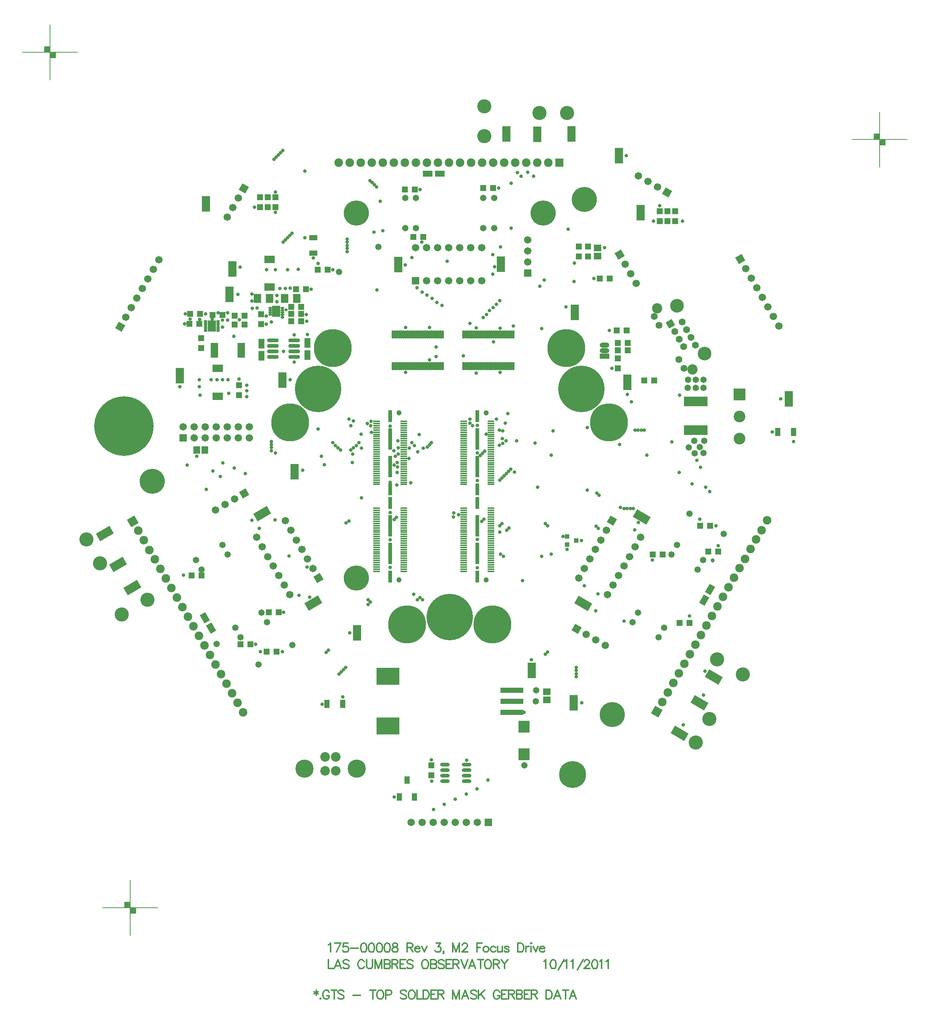
<source format=gts>
%FSLAX23Y23*%
%MOIN*%
G70*
G01*
G75*
G04 Layer_Color=8388736*
%ADD10R,0.057X0.012*%
%ADD11R,0.025X0.185*%
%ADD12R,0.025X0.100*%
%ADD13O,0.079X0.024*%
%ADD14R,0.070X0.135*%
%ADD15R,0.036X0.036*%
%ADD16R,0.094X0.102*%
G04:AMPARAMS|DCode=17|XSize=78mil|YSize=48mil|CornerRadius=0mil|HoleSize=0mil|Usage=FLASHONLY|Rotation=240.000|XOffset=0mil|YOffset=0mil|HoleType=Round|Shape=Rectangle|*
%AMROTATEDRECTD17*
4,1,4,-0.001,0.046,0.040,0.022,0.001,-0.046,-0.040,-0.022,-0.001,0.046,0.0*
%
%ADD17ROTATEDRECTD17*%

%ADD18R,0.063X0.075*%
%ADD19R,0.050X0.050*%
%ADD20R,0.209X0.079*%
%ADD21R,0.200X0.040*%
%ADD22R,0.200X0.150*%
%ADD23R,0.087X0.059*%
%ADD24R,0.060X0.126*%
%ADD25O,0.012X0.069*%
%ADD26R,0.065X0.094*%
%ADD27O,0.027X0.010*%
%ADD28O,0.024X0.010*%
%ADD29R,0.039X0.059*%
%ADD30R,0.040X0.067*%
%ADD31R,0.051X0.059*%
%ADD32R,0.059X0.051*%
%ADD33O,0.098X0.028*%
%ADD34R,0.050X0.050*%
%ADD35R,0.048X0.078*%
%ADD36R,0.078X0.048*%
G04:AMPARAMS|DCode=37|XSize=78mil|YSize=48mil|CornerRadius=0mil|HoleSize=0mil|Usage=FLASHONLY|Rotation=120.000|XOffset=0mil|YOffset=0mil|HoleType=Round|Shape=Rectangle|*
%AMROTATEDRECTD37*
4,1,4,0.040,-0.022,-0.001,-0.046,-0.040,0.022,0.001,0.046,0.040,-0.022,0.0*
%
%ADD37ROTATEDRECTD37*%

%ADD38R,0.067X0.040*%
G04:AMPARAMS|DCode=39|XSize=135mil|YSize=70mil|CornerRadius=0mil|HoleSize=0mil|Usage=FLASHONLY|Rotation=30.000|XOffset=0mil|YOffset=0mil|HoleType=Round|Shape=Rectangle|*
%AMROTATEDRECTD39*
4,1,4,-0.041,-0.064,-0.076,-0.003,0.041,0.064,0.076,0.003,-0.041,-0.064,0.0*
%
%ADD39ROTATEDRECTD39*%

G04:AMPARAMS|DCode=40|XSize=135mil|YSize=70mil|CornerRadius=0mil|HoleSize=0mil|Usage=FLASHONLY|Rotation=150.000|XOffset=0mil|YOffset=0mil|HoleType=Round|Shape=Rectangle|*
%AMROTATEDRECTD40*
4,1,4,0.076,-0.003,0.041,-0.064,-0.076,0.003,-0.041,0.064,0.076,-0.003,0.0*
%
%ADD40ROTATEDRECTD40*%

%ADD41C,0.020*%
%ADD42C,0.005*%
%ADD43C,0.010*%
%ADD44C,0.050*%
%ADD45C,0.030*%
%ADD46C,0.012*%
%ADD47C,0.008*%
%ADD48C,0.012*%
%ADD49C,0.012*%
%ADD50R,0.079X0.039*%
%ADD51O,0.079X0.039*%
%ADD52C,0.079*%
%ADD53C,0.157*%
%ADD54C,0.120*%
%ADD55C,0.220*%
%ADD56C,0.039*%
%ADD57C,0.085*%
%ADD58C,0.055*%
%ADD59C,0.116*%
%ADD60P,0.078X4X165.0*%
%ADD61C,0.059*%
%ADD62P,0.084X4X255.0*%
%ADD63C,0.050*%
%ADD64P,0.099X4X105.0*%
%ADD65C,0.070*%
%ADD66C,0.219*%
%ADD67R,0.098X0.098*%
%ADD68C,0.098*%
%ADD69R,0.059X0.059*%
%ADD70C,0.059*%
%ADD71P,0.084X4X285.0*%
%ADD72P,0.084X4X195.0*%
%ADD73P,0.084X4X255.0*%
%ADD74R,0.059X0.059*%
%ADD75P,0.084X4X345.0*%
%ADD76R,0.070X0.070*%
%ADD77P,0.099X4X345.0*%
%ADD78P,0.084X4X375.0*%
%ADD79R,0.059X0.059*%
%ADD80C,0.335*%
%ADD81C,0.531*%
%ADD82C,0.413*%
%ADD83C,0.236*%
%ADD84C,0.026*%
%ADD85C,0.024*%
%ADD86C,0.030*%
%ADD87C,0.020*%
%ADD88C,0.040*%
%ADD89C,0.070*%
%ADD90C,0.076*%
%ADD91C,0.131*%
G04:AMPARAMS|DCode=92|XSize=130mil|YSize=130mil|CornerRadius=0mil|HoleSize=0mil|Usage=FLASHONLY|Rotation=0.000|XOffset=0mil|YOffset=0mil|HoleType=Round|Shape=Relief|Width=10mil|Gap=10mil|Entries=4|*
%AMTHD92*
7,0,0,0.130,0.110,0.010,45*
%
%ADD92THD92*%
%ADD93C,0.110*%
%ADD94C,0.206*%
%ADD95C,0.080*%
%ADD96C,0.102*%
%ADD97C,0.075*%
%ADD98C,0.168*%
%ADD99C,0.075*%
G04:AMPARAMS|DCode=100|XSize=95.433mil|YSize=95.433mil|CornerRadius=0mil|HoleSize=0mil|Usage=FLASHONLY|Rotation=0.000|XOffset=0mil|YOffset=0mil|HoleType=Round|Shape=Relief|Width=10mil|Gap=10mil|Entries=4|*
%AMTHD100*
7,0,0,0.095,0.075,0.010,45*
%
%ADD100THD100*%
%ADD101C,0.080*%
%ADD102C,0.099*%
%ADD103C,0.075*%
%ADD104C,0.375*%
%ADD105C,0.571*%
%ADD106C,0.257*%
%ADD107C,0.158*%
%ADD108C,0.053*%
%ADD109C,0.052*%
%ADD110C,0.065*%
G04:AMPARAMS|DCode=111|XSize=89.528mil|YSize=89.528mil|CornerRadius=0mil|HoleSize=0mil|Usage=FLASHONLY|Rotation=0.000|XOffset=0mil|YOffset=0mil|HoleType=Round|Shape=Relief|Width=10mil|Gap=10mil|Entries=4|*
%AMTHD111*
7,0,0,0.090,0.070,0.010,45*
%
%ADD111THD111*%
G04:AMPARAMS|DCode=112|XSize=96.221mil|YSize=96.221mil|CornerRadius=0mil|HoleSize=0mil|Usage=FLASHONLY|Rotation=0.000|XOffset=0mil|YOffset=0mil|HoleType=Round|Shape=Relief|Width=10mil|Gap=10mil|Entries=4|*
%AMTHD112*
7,0,0,0.096,0.076,0.010,45*
%
%ADD112THD112*%
G04:AMPARAMS|DCode=113|XSize=150.551mil|YSize=150.551mil|CornerRadius=0mil|HoleSize=0mil|Usage=FLASHONLY|Rotation=0.000|XOffset=0mil|YOffset=0mil|HoleType=Round|Shape=Relief|Width=10mil|Gap=10mil|Entries=4|*
%AMTHD113*
7,0,0,0.151,0.131,0.010,45*
%
%ADD113THD113*%
G04:AMPARAMS|DCode=114|XSize=122mil|YSize=122mil|CornerRadius=0mil|HoleSize=0mil|Usage=FLASHONLY|Rotation=0.000|XOffset=0mil|YOffset=0mil|HoleType=Round|Shape=Relief|Width=10mil|Gap=10mil|Entries=4|*
%AMTHD114*
7,0,0,0.122,0.102,0.010,45*
%
%ADD114THD114*%
G04:AMPARAMS|DCode=115|XSize=95mil|YSize=95mil|CornerRadius=0mil|HoleSize=0mil|Usage=FLASHONLY|Rotation=0.000|XOffset=0mil|YOffset=0mil|HoleType=Round|Shape=Relief|Width=10mil|Gap=10mil|Entries=4|*
%AMTHD115*
7,0,0,0.095,0.075,0.010,45*
%
%ADD115THD115*%
G04:AMPARAMS|DCode=116|XSize=90mil|YSize=90mil|CornerRadius=0mil|HoleSize=0mil|Usage=FLASHONLY|Rotation=0.000|XOffset=0mil|YOffset=0mil|HoleType=Round|Shape=Relief|Width=10mil|Gap=10mil|Entries=4|*
%AMTHD116*
7,0,0,0.090,0.070,0.010,45*
%
%ADD116THD116*%
G04:AMPARAMS|DCode=117|XSize=100mil|YSize=100mil|CornerRadius=0mil|HoleSize=0mil|Usage=FLASHONLY|Rotation=0.000|XOffset=0mil|YOffset=0mil|HoleType=Round|Shape=Relief|Width=10mil|Gap=10mil|Entries=4|*
%AMTHD117*
7,0,0,0.100,0.080,0.010,45*
%
%ADD117THD117*%
G04:AMPARAMS|DCode=118|XSize=95.433mil|YSize=95.433mil|CornerRadius=0mil|HoleSize=0mil|Usage=FLASHONLY|Rotation=0.000|XOffset=0mil|YOffset=0mil|HoleType=Round|Shape=Relief|Width=10mil|Gap=10mil|Entries=4|*
%AMTHD118*
7,0,0,0.095,0.075,0.010,45*
%
%ADD118THD118*%
G04:AMPARAMS|DCode=119|XSize=72.992mil|YSize=72.992mil|CornerRadius=0mil|HoleSize=0mil|Usage=FLASHONLY|Rotation=0.000|XOffset=0mil|YOffset=0mil|HoleType=Round|Shape=Relief|Width=10mil|Gap=10mil|Entries=4|*
%AMTHD119*
7,0,0,0.073,0.053,0.010,45*
%
%ADD119THD119*%
G04:AMPARAMS|DCode=120|XSize=72mil|YSize=72mil|CornerRadius=0mil|HoleSize=0mil|Usage=FLASHONLY|Rotation=0.000|XOffset=0mil|YOffset=0mil|HoleType=Round|Shape=Relief|Width=10mil|Gap=10mil|Entries=4|*
%AMTHD120*
7,0,0,0.072,0.052,0.010,45*
%
%ADD120THD120*%
G04:AMPARAMS|DCode=121|XSize=85mil|YSize=85mil|CornerRadius=0mil|HoleSize=0mil|Usage=FLASHONLY|Rotation=0.000|XOffset=0mil|YOffset=0mil|HoleType=Round|Shape=Relief|Width=10mil|Gap=10mil|Entries=4|*
%AMTHD121*
7,0,0,0.085,0.065,0.010,45*
%
%ADD121THD121*%
G04:AMPARAMS|DCode=122|XSize=28mil|YSize=98mil|CornerRadius=0mil|HoleSize=0mil|Usage=FLASHONLY|Rotation=210.000|XOffset=0mil|YOffset=0mil|HoleType=Round|Shape=Round|*
%AMOVALD122*
21,1,0.071,0.028,0.000,0.000,300.0*
1,1,0.028,-0.018,0.031*
1,1,0.028,0.018,-0.031*
%
%ADD122OVALD122*%

G04:AMPARAMS|DCode=123|XSize=79mil|YSize=236mil|CornerRadius=0mil|HoleSize=0mil|Usage=FLASHONLY|Rotation=240.000|XOffset=0mil|YOffset=0mil|HoleType=Round|Shape=Rectangle|*
%AMROTATEDRECTD123*
4,1,4,-0.083,0.093,0.122,-0.025,0.083,-0.093,-0.122,0.025,-0.083,0.093,0.0*
%
%ADD123ROTATEDRECTD123*%

%ADD124R,0.025X0.070*%
%ADD125R,0.236X0.079*%
G04:AMPARAMS|DCode=126|XSize=79mil|YSize=236mil|CornerRadius=0mil|HoleSize=0mil|Usage=FLASHONLY|Rotation=120.000|XOffset=0mil|YOffset=0mil|HoleType=Round|Shape=Rectangle|*
%AMROTATEDRECTD126*
4,1,4,0.122,0.025,-0.083,-0.093,-0.122,-0.025,0.083,0.093,0.122,0.025,0.0*
%
%ADD126ROTATEDRECTD126*%

%ADD127P,0.071X4X285.0*%
%ADD128P,0.071X4X165.0*%
G04:AMPARAMS|DCode=129|XSize=28mil|YSize=98mil|CornerRadius=0mil|HoleSize=0mil|Usage=FLASHONLY|Rotation=330.000|XOffset=0mil|YOffset=0mil|HoleType=Round|Shape=Round|*
%AMOVALD129*
21,1,0.071,0.028,0.000,0.000,60.0*
1,1,0.028,-0.018,-0.031*
1,1,0.028,0.018,0.031*
%
%ADD129OVALD129*%

%ADD130C,0.075*%
%ADD131C,0.010*%
%ADD132C,0.008*%
%ADD133C,0.020*%
%ADD134C,0.024*%
%ADD135C,0.007*%
%ADD136C,0.010*%
%ADD137C,0.006*%
%ADD138C,0.007*%
%ADD139R,0.020X0.082*%
%ADD140R,0.195X0.150*%
%ADD141R,0.061X0.016*%
%ADD142R,0.033X0.193*%
%ADD143R,0.033X0.108*%
%ADD144O,0.087X0.032*%
%ADD145R,0.078X0.143*%
%ADD146R,0.044X0.044*%
%ADD147R,0.102X0.110*%
G04:AMPARAMS|DCode=148|XSize=86mil|YSize=56mil|CornerRadius=0mil|HoleSize=0mil|Usage=FLASHONLY|Rotation=240.000|XOffset=0mil|YOffset=0mil|HoleType=Round|Shape=Rectangle|*
%AMROTATEDRECTD148*
4,1,4,-0.003,0.051,0.046,0.023,0.003,-0.051,-0.046,-0.023,-0.003,0.051,0.0*
%
%ADD148ROTATEDRECTD148*%

%ADD149R,0.071X0.083*%
%ADD150R,0.058X0.058*%
%ADD151R,0.217X0.087*%
%ADD152R,0.208X0.048*%
%ADD153R,0.208X0.158*%
%ADD154R,0.095X0.067*%
%ADD155R,0.068X0.134*%
%ADD156O,0.020X0.077*%
%ADD157R,0.073X0.102*%
%ADD158O,0.035X0.018*%
%ADD159O,0.032X0.018*%
%ADD160R,0.047X0.067*%
%ADD161R,0.048X0.075*%
%ADD162R,0.059X0.067*%
%ADD163R,0.067X0.059*%
%ADD164O,0.106X0.036*%
%ADD165R,0.058X0.058*%
%ADD166R,0.056X0.086*%
%ADD167R,0.086X0.056*%
G04:AMPARAMS|DCode=168|XSize=86mil|YSize=56mil|CornerRadius=0mil|HoleSize=0mil|Usage=FLASHONLY|Rotation=120.000|XOffset=0mil|YOffset=0mil|HoleType=Round|Shape=Rectangle|*
%AMROTATEDRECTD168*
4,1,4,0.046,-0.023,-0.003,-0.051,-0.046,0.023,0.003,0.051,0.046,-0.023,0.0*
%
%ADD168ROTATEDRECTD168*%

%ADD169R,0.075X0.048*%
G04:AMPARAMS|DCode=170|XSize=143mil|YSize=78mil|CornerRadius=0mil|HoleSize=0mil|Usage=FLASHONLY|Rotation=30.000|XOffset=0mil|YOffset=0mil|HoleType=Round|Shape=Rectangle|*
%AMROTATEDRECTD170*
4,1,4,-0.042,-0.070,-0.081,-0.002,0.042,0.070,0.081,0.002,-0.042,-0.070,0.0*
%
%ADD170ROTATEDRECTD170*%

G04:AMPARAMS|DCode=171|XSize=143mil|YSize=78mil|CornerRadius=0mil|HoleSize=0mil|Usage=FLASHONLY|Rotation=150.000|XOffset=0mil|YOffset=0mil|HoleType=Round|Shape=Rectangle|*
%AMROTATEDRECTD171*
4,1,4,0.081,-0.002,0.042,-0.070,-0.081,0.002,-0.042,0.070,0.081,-0.002,0.0*
%
%ADD171ROTATEDRECTD171*%

%ADD172R,0.087X0.047*%
%ADD173O,0.087X0.047*%
%ADD174C,0.087*%
%ADD175C,0.165*%
%ADD176C,0.128*%
%ADD177C,0.228*%
%ADD178C,0.047*%
%ADD179C,0.093*%
%ADD180C,0.063*%
%ADD181C,0.124*%
%ADD182P,0.089X4X165.0*%
%ADD183C,0.067*%
%ADD184P,0.095X4X255.0*%
%ADD185C,0.058*%
%ADD186P,0.110X4X105.0*%
%ADD187C,0.078*%
%ADD188C,0.227*%
%ADD189R,0.106X0.106*%
%ADD190C,0.106*%
%ADD191R,0.067X0.067*%
%ADD192C,0.067*%
%ADD193P,0.095X4X285.0*%
%ADD194P,0.095X4X195.0*%
%ADD195P,0.095X4X255.0*%
%ADD196R,0.067X0.067*%
%ADD197P,0.095X4X345.0*%
%ADD198R,0.078X0.078*%
%ADD199P,0.110X4X345.0*%
%ADD200P,0.095X4X375.0*%
%ADD201R,0.067X0.067*%
%ADD202C,0.343*%
%ADD203C,0.539*%
%ADD204C,0.421*%
%ADD205C,0.244*%
%ADD206C,0.032*%
%ADD207C,0.038*%
%ADD208C,0.028*%
D46*
X30284Y26634D02*
Y26588D01*
X30265Y26622D02*
X30303Y26600D01*
Y26622D02*
X30265Y26600D01*
X30323Y26561D02*
X30319Y26558D01*
X30323Y26554D01*
X30327Y26558D01*
X30323Y26561D01*
X30402Y26615D02*
X30398Y26622D01*
X30390Y26630D01*
X30383Y26634D01*
X30367D01*
X30360Y26630D01*
X30352Y26622D01*
X30348Y26615D01*
X30344Y26603D01*
Y26584D01*
X30348Y26573D01*
X30352Y26565D01*
X30360Y26558D01*
X30367Y26554D01*
X30383D01*
X30390Y26558D01*
X30398Y26565D01*
X30402Y26573D01*
Y26584D01*
X30383D02*
X30402D01*
X30447Y26634D02*
Y26554D01*
X30420Y26634D02*
X30473D01*
X30536Y26622D02*
X30528Y26630D01*
X30517Y26634D01*
X30502D01*
X30490Y26630D01*
X30483Y26622D01*
Y26615D01*
X30487Y26607D01*
X30490Y26603D01*
X30498Y26600D01*
X30521Y26592D01*
X30528Y26588D01*
X30532Y26584D01*
X30536Y26577D01*
Y26565D01*
X30528Y26558D01*
X30517Y26554D01*
X30502D01*
X30490Y26558D01*
X30483Y26565D01*
X30617Y26588D02*
X30685D01*
X30798Y26634D02*
Y26554D01*
X30772Y26634D02*
X30825D01*
X30858D02*
X30850Y26630D01*
X30842Y26622D01*
X30838Y26615D01*
X30835Y26603D01*
Y26584D01*
X30838Y26573D01*
X30842Y26565D01*
X30850Y26558D01*
X30858Y26554D01*
X30873D01*
X30880Y26558D01*
X30888Y26565D01*
X30892Y26573D01*
X30896Y26584D01*
Y26603D01*
X30892Y26615D01*
X30888Y26622D01*
X30880Y26630D01*
X30873Y26634D01*
X30858D01*
X30914Y26592D02*
X30949D01*
X30960Y26596D01*
X30964Y26600D01*
X30968Y26607D01*
Y26619D01*
X30964Y26626D01*
X30960Y26630D01*
X30949Y26634D01*
X30914D01*
Y26554D01*
X31102Y26622D02*
X31094Y26630D01*
X31083Y26634D01*
X31067D01*
X31056Y26630D01*
X31048Y26622D01*
Y26615D01*
X31052Y26607D01*
X31056Y26603D01*
X31064Y26600D01*
X31086Y26592D01*
X31094Y26588D01*
X31098Y26584D01*
X31102Y26577D01*
Y26565D01*
X31094Y26558D01*
X31083Y26554D01*
X31067D01*
X31056Y26558D01*
X31048Y26565D01*
X31142Y26634D02*
X31135Y26630D01*
X31127Y26622D01*
X31123Y26615D01*
X31120Y26603D01*
Y26584D01*
X31123Y26573D01*
X31127Y26565D01*
X31135Y26558D01*
X31142Y26554D01*
X31158D01*
X31165Y26558D01*
X31173Y26565D01*
X31177Y26573D01*
X31180Y26584D01*
Y26603D01*
X31177Y26615D01*
X31173Y26622D01*
X31165Y26630D01*
X31158Y26634D01*
X31142D01*
X31199D02*
Y26554D01*
X31245D01*
X31254Y26634D02*
Y26554D01*
Y26634D02*
X31280D01*
X31292Y26630D01*
X31299Y26622D01*
X31303Y26615D01*
X31307Y26603D01*
Y26584D01*
X31303Y26573D01*
X31299Y26565D01*
X31292Y26558D01*
X31280Y26554D01*
X31254D01*
X31374Y26634D02*
X31325D01*
Y26554D01*
X31374D01*
X31325Y26596D02*
X31355D01*
X31388Y26634D02*
Y26554D01*
Y26634D02*
X31422D01*
X31433Y26630D01*
X31437Y26626D01*
X31441Y26619D01*
Y26611D01*
X31437Y26603D01*
X31433Y26600D01*
X31422Y26596D01*
X31388D01*
X31414D02*
X31441Y26554D01*
X31522Y26634D02*
Y26554D01*
Y26634D02*
X31552Y26554D01*
X31583Y26634D02*
X31552Y26554D01*
X31583Y26634D02*
Y26554D01*
X31666D02*
X31636Y26634D01*
X31606Y26554D01*
X31617Y26580D02*
X31655D01*
X31738Y26622D02*
X31731Y26630D01*
X31719Y26634D01*
X31704D01*
X31693Y26630D01*
X31685Y26622D01*
Y26615D01*
X31689Y26607D01*
X31693Y26603D01*
X31700Y26600D01*
X31723Y26592D01*
X31731Y26588D01*
X31735Y26584D01*
X31738Y26577D01*
Y26565D01*
X31731Y26558D01*
X31719Y26554D01*
X31704D01*
X31693Y26558D01*
X31685Y26565D01*
X31756Y26634D02*
Y26554D01*
X31810Y26634D02*
X31756Y26580D01*
X31775Y26600D02*
X31810Y26554D01*
X31948Y26615D02*
X31944Y26622D01*
X31936Y26630D01*
X31929Y26634D01*
X31913D01*
X31906Y26630D01*
X31898Y26622D01*
X31894Y26615D01*
X31890Y26603D01*
Y26584D01*
X31894Y26573D01*
X31898Y26565D01*
X31906Y26558D01*
X31913Y26554D01*
X31929D01*
X31936Y26558D01*
X31944Y26565D01*
X31948Y26573D01*
Y26584D01*
X31929D02*
X31948D01*
X32015Y26634D02*
X31966D01*
Y26554D01*
X32015D01*
X31966Y26596D02*
X31996D01*
X32029Y26634D02*
Y26554D01*
Y26634D02*
X32063D01*
X32074Y26630D01*
X32078Y26626D01*
X32082Y26619D01*
Y26611D01*
X32078Y26603D01*
X32074Y26600D01*
X32063Y26596D01*
X32029D01*
X32055D02*
X32082Y26554D01*
X32100Y26634D02*
Y26554D01*
Y26634D02*
X32134D01*
X32146Y26630D01*
X32149Y26626D01*
X32153Y26619D01*
Y26611D01*
X32149Y26603D01*
X32146Y26600D01*
X32134Y26596D01*
X32100D02*
X32134D01*
X32146Y26592D01*
X32149Y26588D01*
X32153Y26580D01*
Y26569D01*
X32149Y26561D01*
X32146Y26558D01*
X32134Y26554D01*
X32100D01*
X32221Y26634D02*
X32171D01*
Y26554D01*
X32221D01*
X32171Y26596D02*
X32202D01*
X32234Y26634D02*
Y26554D01*
Y26634D02*
X32268D01*
X32280Y26630D01*
X32283Y26626D01*
X32287Y26619D01*
Y26611D01*
X32283Y26603D01*
X32280Y26600D01*
X32268Y26596D01*
X32234D01*
X32261D02*
X32287Y26554D01*
X32368Y26634D02*
Y26554D01*
Y26634D02*
X32395D01*
X32406Y26630D01*
X32414Y26622D01*
X32418Y26615D01*
X32421Y26603D01*
Y26584D01*
X32418Y26573D01*
X32414Y26565D01*
X32406Y26558D01*
X32395Y26554D01*
X32368D01*
X32500D02*
X32470Y26634D01*
X32439Y26554D01*
X32451Y26580D02*
X32489D01*
X32546Y26634D02*
Y26554D01*
X32519Y26634D02*
X32572D01*
X32643Y26554D02*
X32612Y26634D01*
X32582Y26554D01*
X32593Y26580D02*
X32631D01*
D47*
X35143Y34340D02*
X35643D01*
X35393Y34090D02*
Y34590D01*
X35443Y34290D02*
Y34340D01*
X35393Y34290D02*
X35443D01*
X35343Y34340D02*
Y34390D01*
X35393D01*
X35348Y34345D02*
X35388D01*
X35348D02*
Y34385D01*
X35388D01*
Y34345D02*
Y34385D01*
X35353Y34350D02*
X35383D01*
X35353D02*
Y34380D01*
X35383D01*
Y34355D02*
Y34380D01*
X35358Y34355D02*
X35378D01*
X35358D02*
Y34375D01*
X35378D01*
Y34360D02*
Y34375D01*
X35363Y34360D02*
X35373D01*
X35363D02*
Y34370D01*
X35373D01*
Y34360D02*
Y34370D01*
X35363Y34365D02*
X35373D01*
X35398Y34295D02*
X35438D01*
X35398D02*
Y34335D01*
X35438D01*
Y34295D02*
Y34335D01*
X35403Y34300D02*
X35433D01*
X35403D02*
Y34330D01*
X35433D01*
Y34305D02*
Y34330D01*
X35408Y34305D02*
X35428D01*
X35408D02*
Y34325D01*
X35428D01*
Y34310D02*
Y34325D01*
X35413Y34310D02*
X35423D01*
X35413D02*
Y34320D01*
X35423D01*
Y34310D02*
Y34320D01*
X35413Y34315D02*
X35423D01*
X27623Y35130D02*
X28123D01*
X27873Y34880D02*
Y35380D01*
X27923Y35080D02*
Y35130D01*
X27873Y35080D02*
X27923D01*
X27823Y35130D02*
Y35180D01*
X27873D01*
X27828Y35135D02*
X27868D01*
X27828D02*
Y35175D01*
X27868D01*
Y35135D02*
Y35175D01*
X27833Y35140D02*
X27863D01*
X27833D02*
Y35170D01*
X27863D01*
Y35145D02*
Y35170D01*
X27838Y35145D02*
X27858D01*
X27838D02*
Y35165D01*
X27858D01*
Y35150D02*
Y35165D01*
X27843Y35150D02*
X27853D01*
X27843D02*
Y35160D01*
X27853D01*
Y35150D02*
Y35160D01*
X27843Y35155D02*
X27853D01*
X27878Y35085D02*
X27918D01*
X27878D02*
Y35125D01*
X27918D01*
Y35085D02*
Y35125D01*
X27883Y35090D02*
X27913D01*
X27883D02*
Y35120D01*
X27913D01*
Y35095D02*
Y35120D01*
X27888Y35095D02*
X27908D01*
X27888D02*
Y35115D01*
X27908D01*
Y35100D02*
Y35115D01*
X27893Y35100D02*
X27903D01*
X27893D02*
Y35110D01*
X27903D01*
Y35100D02*
Y35110D01*
X27893Y35105D02*
X27903D01*
X28347Y27380D02*
X28847D01*
X28597Y27130D02*
Y27630D01*
X28647Y27330D02*
Y27380D01*
X28597Y27330D02*
X28647D01*
X28547Y27380D02*
Y27430D01*
X28597D01*
X28552Y27385D02*
X28592D01*
X28552D02*
Y27425D01*
X28592D01*
Y27385D02*
Y27425D01*
X28557Y27390D02*
X28587D01*
X28557D02*
Y27420D01*
X28587D01*
Y27395D02*
Y27420D01*
X28562Y27395D02*
X28582D01*
X28562D02*
Y27415D01*
X28582D01*
Y27400D02*
Y27415D01*
X28567Y27400D02*
X28577D01*
X28567D02*
Y27410D01*
X28577D01*
Y27400D02*
Y27410D01*
X28567Y27405D02*
X28577D01*
X28602Y27335D02*
X28642D01*
X28602D02*
Y27375D01*
X28642D01*
Y27335D02*
Y27375D01*
X28607Y27340D02*
X28637D01*
X28607D02*
Y27370D01*
X28637D01*
Y27345D02*
Y27370D01*
X28612Y27345D02*
X28632D01*
X28612D02*
Y27365D01*
X28632D01*
Y27350D02*
Y27365D01*
X28617Y27350D02*
X28627D01*
X28617D02*
Y27360D01*
X28627D01*
Y27350D02*
Y27360D01*
X28617Y27355D02*
X28627D01*
D48*
X30395Y26909D02*
Y26829D01*
X30440D01*
X30510D02*
X30480Y26909D01*
X30449Y26829D01*
X30461Y26855D02*
X30499D01*
X30582Y26897D02*
X30575Y26905D01*
X30563Y26909D01*
X30548D01*
X30536Y26905D01*
X30529Y26897D01*
Y26889D01*
X30533Y26882D01*
X30536Y26878D01*
X30544Y26874D01*
X30567Y26867D01*
X30575Y26863D01*
X30578Y26859D01*
X30582Y26851D01*
Y26840D01*
X30575Y26832D01*
X30563Y26829D01*
X30548D01*
X30536Y26832D01*
X30529Y26840D01*
X30720Y26889D02*
X30716Y26897D01*
X30709Y26905D01*
X30701Y26909D01*
X30686D01*
X30678Y26905D01*
X30671Y26897D01*
X30667Y26889D01*
X30663Y26878D01*
Y26859D01*
X30667Y26848D01*
X30671Y26840D01*
X30678Y26832D01*
X30686Y26829D01*
X30701D01*
X30709Y26832D01*
X30716Y26840D01*
X30720Y26848D01*
X30742Y26909D02*
Y26851D01*
X30746Y26840D01*
X30754Y26832D01*
X30765Y26829D01*
X30773D01*
X30784Y26832D01*
X30792Y26840D01*
X30796Y26851D01*
Y26909D01*
X30818D02*
Y26829D01*
Y26909D02*
X30848Y26829D01*
X30879Y26909D02*
X30848Y26829D01*
X30879Y26909D02*
Y26829D01*
X30902Y26909D02*
Y26829D01*
Y26909D02*
X30936D01*
X30947Y26905D01*
X30951Y26901D01*
X30955Y26893D01*
Y26886D01*
X30951Y26878D01*
X30947Y26874D01*
X30936Y26870D01*
X30902D02*
X30936D01*
X30947Y26867D01*
X30951Y26863D01*
X30955Y26855D01*
Y26844D01*
X30951Y26836D01*
X30947Y26832D01*
X30936Y26829D01*
X30902D01*
X30973Y26909D02*
Y26829D01*
Y26909D02*
X31007D01*
X31019Y26905D01*
X31022Y26901D01*
X31026Y26893D01*
Y26886D01*
X31022Y26878D01*
X31019Y26874D01*
X31007Y26870D01*
X30973D01*
X31000D02*
X31026Y26829D01*
X31094Y26909D02*
X31044D01*
Y26829D01*
X31094D01*
X31044Y26870D02*
X31075D01*
X31160Y26897D02*
X31153Y26905D01*
X31141Y26909D01*
X31126D01*
X31115Y26905D01*
X31107Y26897D01*
Y26889D01*
X31111Y26882D01*
X31115Y26878D01*
X31122Y26874D01*
X31145Y26867D01*
X31153Y26863D01*
X31157Y26859D01*
X31160Y26851D01*
Y26840D01*
X31153Y26832D01*
X31141Y26829D01*
X31126D01*
X31115Y26832D01*
X31107Y26840D01*
X31264Y26909D02*
X31256Y26905D01*
X31249Y26897D01*
X31245Y26889D01*
X31241Y26878D01*
Y26859D01*
X31245Y26848D01*
X31249Y26840D01*
X31256Y26832D01*
X31264Y26829D01*
X31279D01*
X31287Y26832D01*
X31294Y26840D01*
X31298Y26848D01*
X31302Y26859D01*
Y26878D01*
X31298Y26889D01*
X31294Y26897D01*
X31287Y26905D01*
X31279Y26909D01*
X31264D01*
X31321D02*
Y26829D01*
Y26909D02*
X31355D01*
X31366Y26905D01*
X31370Y26901D01*
X31374Y26893D01*
Y26886D01*
X31370Y26878D01*
X31366Y26874D01*
X31355Y26870D01*
X31321D02*
X31355D01*
X31366Y26867D01*
X31370Y26863D01*
X31374Y26855D01*
Y26844D01*
X31370Y26836D01*
X31366Y26832D01*
X31355Y26829D01*
X31321D01*
X31445Y26897D02*
X31438Y26905D01*
X31426Y26909D01*
X31411D01*
X31399Y26905D01*
X31392Y26897D01*
Y26889D01*
X31396Y26882D01*
X31399Y26878D01*
X31407Y26874D01*
X31430Y26867D01*
X31438Y26863D01*
X31441Y26859D01*
X31445Y26851D01*
Y26840D01*
X31438Y26832D01*
X31426Y26829D01*
X31411D01*
X31399Y26832D01*
X31392Y26840D01*
X31513Y26909D02*
X31463D01*
Y26829D01*
X31513D01*
X31463Y26870D02*
X31494D01*
X31526Y26909D02*
Y26829D01*
Y26909D02*
X31560D01*
X31572Y26905D01*
X31575Y26901D01*
X31579Y26893D01*
Y26886D01*
X31575Y26878D01*
X31572Y26874D01*
X31560Y26870D01*
X31526D01*
X31553D02*
X31579Y26829D01*
X31597Y26909D02*
X31628Y26829D01*
X31658Y26909D02*
X31628Y26829D01*
X31729D02*
X31699Y26909D01*
X31668Y26829D01*
X31680Y26855D02*
X31718D01*
X31775Y26909D02*
Y26829D01*
X31748Y26909D02*
X31801D01*
X31834D02*
X31826Y26905D01*
X31818Y26897D01*
X31815Y26889D01*
X31811Y26878D01*
Y26859D01*
X31815Y26848D01*
X31818Y26840D01*
X31826Y26832D01*
X31834Y26829D01*
X31849D01*
X31857Y26832D01*
X31864Y26840D01*
X31868Y26848D01*
X31872Y26859D01*
Y26878D01*
X31868Y26889D01*
X31864Y26897D01*
X31857Y26905D01*
X31849Y26909D01*
X31834D01*
X31890D02*
Y26829D01*
Y26909D02*
X31925D01*
X31936Y26905D01*
X31940Y26901D01*
X31944Y26893D01*
Y26886D01*
X31940Y26878D01*
X31936Y26874D01*
X31925Y26870D01*
X31890D01*
X31917D02*
X31944Y26829D01*
X31962Y26909D02*
X31992Y26870D01*
Y26829D01*
X32023Y26909D02*
X31992Y26870D01*
X32347Y26893D02*
X32355Y26897D01*
X32366Y26909D01*
Y26829D01*
X32429Y26909D02*
X32417Y26905D01*
X32410Y26893D01*
X32406Y26874D01*
Y26863D01*
X32410Y26844D01*
X32417Y26832D01*
X32429Y26829D01*
X32436D01*
X32448Y26832D01*
X32455Y26844D01*
X32459Y26863D01*
Y26874D01*
X32455Y26893D01*
X32448Y26905D01*
X32436Y26909D01*
X32429D01*
X32477Y26817D02*
X32530Y26909D01*
X32536Y26893D02*
X32543Y26897D01*
X32555Y26909D01*
Y26829D01*
X32594Y26893D02*
X32602Y26897D01*
X32613Y26909D01*
Y26829D01*
X32653Y26817D02*
X32706Y26909D01*
X32715Y26889D02*
Y26893D01*
X32719Y26901D01*
X32723Y26905D01*
X32731Y26909D01*
X32746D01*
X32753Y26905D01*
X32757Y26901D01*
X32761Y26893D01*
Y26886D01*
X32757Y26878D01*
X32750Y26867D01*
X32712Y26829D01*
X32765D01*
X32806Y26909D02*
X32794Y26905D01*
X32787Y26893D01*
X32783Y26874D01*
Y26863D01*
X32787Y26844D01*
X32794Y26832D01*
X32806Y26829D01*
X32813D01*
X32825Y26832D01*
X32832Y26844D01*
X32836Y26863D01*
Y26874D01*
X32832Y26893D01*
X32825Y26905D01*
X32813Y26909D01*
X32806D01*
X32854Y26893D02*
X32862Y26897D01*
X32873Y26909D01*
Y26829D01*
X32913Y26893D02*
X32920Y26897D01*
X32932Y26909D01*
Y26829D01*
D49*
X30395Y27043D02*
X30402Y27047D01*
X30414Y27059D01*
Y26979D01*
X30507Y27059D02*
X30469Y26979D01*
X30453Y27059D02*
X30507D01*
X30570D02*
X30532D01*
X30528Y27024D01*
X30532Y27028D01*
X30544Y27032D01*
X30555D01*
X30567Y27028D01*
X30574Y27020D01*
X30578Y27009D01*
Y27001D01*
X30574Y26990D01*
X30567Y26982D01*
X30555Y26979D01*
X30544D01*
X30532Y26982D01*
X30528Y26986D01*
X30525Y26994D01*
X30596Y27013D02*
X30664D01*
X30711Y27059D02*
X30699Y27055D01*
X30692Y27043D01*
X30688Y27024D01*
Y27013D01*
X30692Y26994D01*
X30699Y26982D01*
X30711Y26979D01*
X30719D01*
X30730Y26982D01*
X30738Y26994D01*
X30741Y27013D01*
Y27024D01*
X30738Y27043D01*
X30730Y27055D01*
X30719Y27059D01*
X30711D01*
X30782D02*
X30771Y27055D01*
X30763Y27043D01*
X30759Y27024D01*
Y27013D01*
X30763Y26994D01*
X30771Y26982D01*
X30782Y26979D01*
X30790D01*
X30801Y26982D01*
X30809Y26994D01*
X30813Y27013D01*
Y27024D01*
X30809Y27043D01*
X30801Y27055D01*
X30790Y27059D01*
X30782D01*
X30853D02*
X30842Y27055D01*
X30834Y27043D01*
X30830Y27024D01*
Y27013D01*
X30834Y26994D01*
X30842Y26982D01*
X30853Y26979D01*
X30861D01*
X30872Y26982D01*
X30880Y26994D01*
X30884Y27013D01*
Y27024D01*
X30880Y27043D01*
X30872Y27055D01*
X30861Y27059D01*
X30853D01*
X30925D02*
X30913Y27055D01*
X30906Y27043D01*
X30902Y27024D01*
Y27013D01*
X30906Y26994D01*
X30913Y26982D01*
X30925Y26979D01*
X30932D01*
X30944Y26982D01*
X30951Y26994D01*
X30955Y27013D01*
Y27024D01*
X30951Y27043D01*
X30944Y27055D01*
X30932Y27059D01*
X30925D01*
X30992D02*
X30981Y27055D01*
X30977Y27047D01*
Y27039D01*
X30981Y27032D01*
X30988Y27028D01*
X31003Y27024D01*
X31015Y27020D01*
X31022Y27013D01*
X31026Y27005D01*
Y26994D01*
X31022Y26986D01*
X31019Y26982D01*
X31007Y26979D01*
X30992D01*
X30981Y26982D01*
X30977Y26986D01*
X30973Y26994D01*
Y27005D01*
X30977Y27013D01*
X30984Y27020D01*
X30996Y27024D01*
X31011Y27028D01*
X31019Y27032D01*
X31022Y27039D01*
Y27047D01*
X31019Y27055D01*
X31007Y27059D01*
X30992D01*
X31107D02*
Y26979D01*
Y27059D02*
X31141D01*
X31153Y27055D01*
X31157Y27051D01*
X31160Y27043D01*
Y27036D01*
X31157Y27028D01*
X31153Y27024D01*
X31141Y27020D01*
X31107D01*
X31134D02*
X31160Y26979D01*
X31178Y27009D02*
X31224D01*
Y27017D01*
X31220Y27024D01*
X31216Y27028D01*
X31209Y27032D01*
X31197D01*
X31190Y27028D01*
X31182Y27020D01*
X31178Y27009D01*
Y27001D01*
X31182Y26990D01*
X31190Y26982D01*
X31197Y26979D01*
X31209D01*
X31216Y26982D01*
X31224Y26990D01*
X31241Y27032D02*
X31264Y26979D01*
X31287Y27032D02*
X31264Y26979D01*
X31370Y27059D02*
X31412D01*
X31389Y27028D01*
X31401D01*
X31408Y27024D01*
X31412Y27020D01*
X31416Y27009D01*
Y27001D01*
X31412Y26990D01*
X31404Y26982D01*
X31393Y26979D01*
X31382D01*
X31370Y26982D01*
X31366Y26986D01*
X31363Y26994D01*
X31441Y26982D02*
X31438Y26979D01*
X31434Y26982D01*
X31438Y26986D01*
X31441Y26982D01*
Y26975D01*
X31438Y26967D01*
X31434Y26963D01*
X31522Y27059D02*
Y26979D01*
Y27059D02*
X31552Y26979D01*
X31583Y27059D02*
X31552Y26979D01*
X31583Y27059D02*
Y26979D01*
X31609Y27039D02*
Y27043D01*
X31613Y27051D01*
X31617Y27055D01*
X31625Y27059D01*
X31640D01*
X31647Y27055D01*
X31651Y27051D01*
X31655Y27043D01*
Y27036D01*
X31651Y27028D01*
X31644Y27017D01*
X31606Y26979D01*
X31659D01*
X31740Y27059D02*
Y26979D01*
Y27059D02*
X31789D01*
X31740Y27020D02*
X31770D01*
X31817Y27032D02*
X31810Y27028D01*
X31802Y27020D01*
X31798Y27009D01*
Y27001D01*
X31802Y26990D01*
X31810Y26982D01*
X31817Y26979D01*
X31829D01*
X31836Y26982D01*
X31844Y26990D01*
X31848Y27001D01*
Y27009D01*
X31844Y27020D01*
X31836Y27028D01*
X31829Y27032D01*
X31817D01*
X31911Y27020D02*
X31903Y27028D01*
X31896Y27032D01*
X31884D01*
X31877Y27028D01*
X31869Y27020D01*
X31865Y27009D01*
Y27001D01*
X31869Y26990D01*
X31877Y26982D01*
X31884Y26979D01*
X31896D01*
X31903Y26982D01*
X31911Y26990D01*
X31928Y27032D02*
Y26994D01*
X31932Y26982D01*
X31940Y26979D01*
X31951D01*
X31959Y26982D01*
X31970Y26994D01*
Y27032D02*
Y26979D01*
X32033Y27020D02*
X32029Y27028D01*
X32018Y27032D01*
X32006D01*
X31995Y27028D01*
X31991Y27020D01*
X31995Y27013D01*
X32002Y27009D01*
X32021Y27005D01*
X32029Y27001D01*
X32033Y26994D01*
Y26990D01*
X32029Y26982D01*
X32018Y26979D01*
X32006D01*
X31995Y26982D01*
X31991Y26990D01*
X32112Y27059D02*
Y26979D01*
Y27059D02*
X32139D01*
X32151Y27055D01*
X32158Y27047D01*
X32162Y27039D01*
X32166Y27028D01*
Y27009D01*
X32162Y26998D01*
X32158Y26990D01*
X32151Y26982D01*
X32139Y26979D01*
X32112D01*
X32184Y27032D02*
Y26979D01*
Y27009D02*
X32188Y27020D01*
X32195Y27028D01*
X32203Y27032D01*
X32214D01*
X32229Y27059D02*
X32233Y27055D01*
X32237Y27059D01*
X32233Y27062D01*
X32229Y27059D01*
X32233Y27032D02*
Y26979D01*
X32251Y27032D02*
X32274Y26979D01*
X32296Y27032D02*
X32274Y26979D01*
X32309Y27009D02*
X32355D01*
Y27017D01*
X32351Y27024D01*
X32347Y27028D01*
X32340Y27032D01*
X32328D01*
X32321Y27028D01*
X32313Y27020D01*
X32309Y27009D01*
Y27001D01*
X32313Y26990D01*
X32321Y26982D01*
X32328Y26979D01*
X32340D01*
X32347Y26982D01*
X32355Y26990D01*
D141*
X30833Y30428D02*
D03*
Y30448D02*
D03*
Y30468D02*
D03*
Y30487D02*
D03*
Y30507D02*
D03*
Y30527D02*
D03*
Y30546D02*
D03*
Y30566D02*
D03*
Y30586D02*
D03*
Y30605D02*
D03*
Y30625D02*
D03*
Y30645D02*
D03*
Y30664D02*
D03*
Y30684D02*
D03*
Y30704D02*
D03*
Y30723D02*
D03*
Y30743D02*
D03*
Y30763D02*
D03*
Y30783D02*
D03*
Y30802D02*
D03*
Y30822D02*
D03*
Y30842D02*
D03*
Y30861D02*
D03*
Y30881D02*
D03*
Y30901D02*
D03*
Y30920D02*
D03*
Y30940D02*
D03*
Y30960D02*
D03*
Y30979D02*
D03*
Y30999D02*
D03*
Y31216D02*
D03*
Y31235D02*
D03*
Y31255D02*
D03*
Y31275D02*
D03*
Y31294D02*
D03*
Y31314D02*
D03*
Y31334D02*
D03*
Y31353D02*
D03*
Y31373D02*
D03*
Y31393D02*
D03*
Y31412D02*
D03*
Y31432D02*
D03*
Y31452D02*
D03*
Y31472D02*
D03*
Y31491D02*
D03*
Y31511D02*
D03*
Y31531D02*
D03*
Y31550D02*
D03*
Y31570D02*
D03*
Y31590D02*
D03*
Y31609D02*
D03*
Y31629D02*
D03*
Y31649D02*
D03*
Y31668D02*
D03*
Y31688D02*
D03*
Y31708D02*
D03*
Y31727D02*
D03*
Y31747D02*
D03*
Y31767D02*
D03*
Y31786D02*
D03*
D03*
X31077Y30428D02*
D03*
Y30448D02*
D03*
Y30468D02*
D03*
Y30487D02*
D03*
Y30507D02*
D03*
Y30527D02*
D03*
Y30546D02*
D03*
Y30566D02*
D03*
Y30586D02*
D03*
Y30605D02*
D03*
Y30625D02*
D03*
Y30645D02*
D03*
Y30664D02*
D03*
Y30684D02*
D03*
Y30704D02*
D03*
Y30723D02*
D03*
Y30743D02*
D03*
Y30763D02*
D03*
Y30783D02*
D03*
Y30802D02*
D03*
Y30822D02*
D03*
Y30842D02*
D03*
Y30861D02*
D03*
Y30881D02*
D03*
Y30901D02*
D03*
Y30920D02*
D03*
Y30940D02*
D03*
Y30960D02*
D03*
Y30979D02*
D03*
Y30999D02*
D03*
Y31216D02*
D03*
Y31235D02*
D03*
Y31255D02*
D03*
Y31275D02*
D03*
Y31294D02*
D03*
Y31314D02*
D03*
Y31334D02*
D03*
Y31353D02*
D03*
Y31373D02*
D03*
Y31393D02*
D03*
Y31412D02*
D03*
Y31432D02*
D03*
Y31452D02*
D03*
Y31472D02*
D03*
Y31491D02*
D03*
Y31511D02*
D03*
Y31531D02*
D03*
Y31550D02*
D03*
Y31570D02*
D03*
Y31590D02*
D03*
Y31609D02*
D03*
Y31629D02*
D03*
Y31649D02*
D03*
Y31668D02*
D03*
Y31688D02*
D03*
Y31708D02*
D03*
Y31727D02*
D03*
Y31747D02*
D03*
Y31767D02*
D03*
Y31786D02*
D03*
X31623Y30428D02*
D03*
Y30448D02*
D03*
Y30468D02*
D03*
Y30487D02*
D03*
Y30507D02*
D03*
Y30527D02*
D03*
Y30546D02*
D03*
Y30566D02*
D03*
Y30586D02*
D03*
Y30605D02*
D03*
Y30625D02*
D03*
Y30645D02*
D03*
Y30664D02*
D03*
Y30684D02*
D03*
Y30704D02*
D03*
Y30723D02*
D03*
Y30743D02*
D03*
Y30763D02*
D03*
Y30783D02*
D03*
Y30802D02*
D03*
Y30822D02*
D03*
Y30842D02*
D03*
Y30861D02*
D03*
Y30881D02*
D03*
Y30901D02*
D03*
Y30920D02*
D03*
Y30940D02*
D03*
Y30960D02*
D03*
Y30979D02*
D03*
Y30999D02*
D03*
Y31216D02*
D03*
Y31235D02*
D03*
Y31255D02*
D03*
Y31275D02*
D03*
Y31294D02*
D03*
Y31314D02*
D03*
Y31334D02*
D03*
Y31353D02*
D03*
Y31373D02*
D03*
Y31393D02*
D03*
Y31412D02*
D03*
Y31432D02*
D03*
Y31452D02*
D03*
Y31472D02*
D03*
Y31491D02*
D03*
Y31511D02*
D03*
Y31531D02*
D03*
Y31550D02*
D03*
Y31570D02*
D03*
Y31590D02*
D03*
Y31609D02*
D03*
Y31629D02*
D03*
Y31649D02*
D03*
Y31668D02*
D03*
Y31688D02*
D03*
Y31708D02*
D03*
Y31727D02*
D03*
Y31747D02*
D03*
Y31767D02*
D03*
Y31786D02*
D03*
D03*
X31867Y30428D02*
D03*
Y30448D02*
D03*
Y30468D02*
D03*
Y30487D02*
D03*
Y30507D02*
D03*
Y30527D02*
D03*
Y30546D02*
D03*
Y30566D02*
D03*
Y30586D02*
D03*
Y30605D02*
D03*
Y30625D02*
D03*
Y30645D02*
D03*
Y30664D02*
D03*
Y30684D02*
D03*
Y30704D02*
D03*
Y30723D02*
D03*
Y30743D02*
D03*
Y30763D02*
D03*
Y30783D02*
D03*
Y30802D02*
D03*
Y30822D02*
D03*
Y30842D02*
D03*
Y30861D02*
D03*
Y30881D02*
D03*
Y30901D02*
D03*
Y30920D02*
D03*
Y30940D02*
D03*
Y30960D02*
D03*
Y30979D02*
D03*
Y30999D02*
D03*
Y31216D02*
D03*
Y31235D02*
D03*
Y31255D02*
D03*
Y31275D02*
D03*
Y31294D02*
D03*
Y31314D02*
D03*
Y31334D02*
D03*
Y31353D02*
D03*
Y31373D02*
D03*
Y31393D02*
D03*
Y31412D02*
D03*
Y31432D02*
D03*
Y31452D02*
D03*
Y31472D02*
D03*
Y31491D02*
D03*
Y31511D02*
D03*
Y31531D02*
D03*
Y31550D02*
D03*
Y31570D02*
D03*
Y31590D02*
D03*
Y31609D02*
D03*
Y31629D02*
D03*
Y31649D02*
D03*
Y31668D02*
D03*
Y31688D02*
D03*
Y31708D02*
D03*
Y31727D02*
D03*
Y31747D02*
D03*
Y31767D02*
D03*
Y31786D02*
D03*
D142*
X30955Y30839D02*
D03*
Y30589D02*
D03*
Y31376D02*
D03*
Y31626D02*
D03*
X31745Y30839D02*
D03*
Y30589D02*
D03*
Y31376D02*
D03*
Y31626D02*
D03*
D143*
X30955Y30381D02*
D03*
Y31834D02*
D03*
Y31169D02*
D03*
Y31046D02*
D03*
X31745Y30381D02*
D03*
Y31834D02*
D03*
Y31169D02*
D03*
Y31046D02*
D03*
D144*
X31450Y28677D02*
D03*
Y28627D02*
D03*
Y28577D02*
D03*
Y28527D02*
D03*
X31647Y28677D02*
D03*
Y28627D02*
D03*
Y28577D02*
D03*
Y28527D02*
D03*
D145*
X33224Y33676D02*
D03*
X29499Y32936D02*
D03*
X29979Y32161D02*
D03*
X29049Y32201D02*
D03*
X29524Y33166D02*
D03*
X32628Y32774D02*
D03*
X34569Y31991D02*
D03*
X32619Y29236D02*
D03*
X30654Y29871D02*
D03*
X30089Y31331D02*
D03*
X32599Y34391D02*
D03*
X32289Y34386D02*
D03*
X32009Y34391D02*
D03*
X31029Y33206D02*
D03*
X31959Y33211D02*
D03*
X33028Y34195D02*
D03*
X32239Y29531D02*
D03*
X33104Y32141D02*
D03*
X29284Y33756D02*
D03*
D146*
X32557Y30669D02*
D03*
X32643Y30706D02*
D03*
X32557Y30743D02*
D03*
D147*
X32169Y28770D02*
D03*
Y29022D02*
D03*
D148*
X33801Y30168D02*
D03*
X33856Y30263D02*
D03*
D149*
X29863Y32899D02*
D03*
X29753D02*
D03*
X29998D02*
D03*
X30108D02*
D03*
D150*
X31329Y28672D02*
D03*
Y28582D02*
D03*
X32749Y33371D02*
D03*
Y33281D02*
D03*
X32664Y33371D02*
D03*
Y33281D02*
D03*
X29784Y32756D02*
D03*
Y32666D02*
D03*
X29586Y32025D02*
D03*
Y32115D02*
D03*
X29241Y32540D02*
D03*
Y32450D02*
D03*
X29914Y33816D02*
D03*
Y33726D02*
D03*
X33399Y33691D02*
D03*
Y33601D02*
D03*
X33019Y32266D02*
D03*
Y32356D02*
D03*
X33539Y33601D02*
D03*
Y33691D02*
D03*
X29774Y33726D02*
D03*
Y33816D02*
D03*
X29844Y33726D02*
D03*
Y33816D02*
D03*
X33469Y33601D02*
D03*
Y33691D02*
D03*
D151*
X33725Y31707D02*
D03*
Y31967D02*
D03*
D152*
X32059Y29351D02*
D03*
Y29251D02*
D03*
Y29151D02*
D03*
D153*
X30934Y29026D02*
D03*
Y29476D02*
D03*
D154*
X29391Y32014D02*
D03*
Y32266D02*
D03*
X29863Y33255D02*
D03*
Y33003D02*
D03*
D155*
X29362Y32431D02*
D03*
X29606D02*
D03*
D156*
X31430Y32574D02*
D03*
X31411D02*
D03*
X31391D02*
D03*
X31371D02*
D03*
X31352D02*
D03*
X31332D02*
D03*
X31312D02*
D03*
X31292D02*
D03*
X31273D02*
D03*
X31253D02*
D03*
X31233D02*
D03*
X31214D02*
D03*
X31194D02*
D03*
X31174D02*
D03*
X31155D02*
D03*
X31135D02*
D03*
X31115D02*
D03*
X31096D02*
D03*
X31076D02*
D03*
X31056D02*
D03*
X31037D02*
D03*
X31017D02*
D03*
X30997D02*
D03*
X30978D02*
D03*
X31430Y32288D02*
D03*
X31411D02*
D03*
X31391D02*
D03*
X31371D02*
D03*
X31352D02*
D03*
X31332D02*
D03*
X31312D02*
D03*
X31292D02*
D03*
X31273D02*
D03*
X31253D02*
D03*
X31233D02*
D03*
X31214D02*
D03*
X31194D02*
D03*
X31174D02*
D03*
X31155D02*
D03*
X31135D02*
D03*
X31115D02*
D03*
X31096D02*
D03*
X31076D02*
D03*
X31056D02*
D03*
X31037D02*
D03*
X31017D02*
D03*
X30997D02*
D03*
X30978D02*
D03*
X32070Y32574D02*
D03*
X32051D02*
D03*
X32031D02*
D03*
X32011D02*
D03*
X31992D02*
D03*
X31972D02*
D03*
X31952D02*
D03*
X31932D02*
D03*
X31913D02*
D03*
X31893D02*
D03*
X31873D02*
D03*
X31854D02*
D03*
X31834D02*
D03*
X31814D02*
D03*
X31795D02*
D03*
X31775D02*
D03*
X31755D02*
D03*
X31736D02*
D03*
X31716D02*
D03*
X31696D02*
D03*
X31677D02*
D03*
X31657D02*
D03*
X31637D02*
D03*
X31618D02*
D03*
X32070Y32288D02*
D03*
X32051D02*
D03*
X32031D02*
D03*
X32011D02*
D03*
X31992D02*
D03*
X31972D02*
D03*
X31952D02*
D03*
X31932D02*
D03*
X31913D02*
D03*
X31893D02*
D03*
X31873D02*
D03*
X31854D02*
D03*
X31834D02*
D03*
X31814D02*
D03*
X31795D02*
D03*
X31775D02*
D03*
X31755D02*
D03*
X31736D02*
D03*
X31716D02*
D03*
X31696D02*
D03*
X31677D02*
D03*
X31657D02*
D03*
X31637D02*
D03*
X31618D02*
D03*
D157*
X29923Y32784D02*
D03*
X29338Y32651D02*
D03*
D158*
X29978Y32813D02*
D03*
X29978Y32794D02*
D03*
X29978Y32774D02*
D03*
Y32754D02*
D03*
X29867D02*
D03*
Y32774D02*
D03*
Y32794D02*
D03*
Y32813D02*
D03*
D159*
X29395Y32659D02*
D03*
Y32642D02*
D03*
Y32624D02*
D03*
Y32606D02*
D03*
X29281D02*
D03*
Y32624D02*
D03*
Y32642D02*
D03*
Y32659D02*
D03*
Y32677D02*
D03*
Y32695D02*
D03*
X29395Y32677D02*
D03*
Y32695D02*
D03*
D160*
X31038Y28383D02*
D03*
X31107Y28536D02*
D03*
X31176Y28383D02*
D03*
D161*
X34468Y31691D02*
D03*
X34610D02*
D03*
X30383Y29226D02*
D03*
X30525D02*
D03*
D162*
X29201Y31526D02*
D03*
X29276D02*
D03*
D163*
X32834Y33283D02*
D03*
Y33358D02*
D03*
X32374Y29338D02*
D03*
Y29263D02*
D03*
D164*
X29892Y32521D02*
D03*
Y32471D02*
D03*
Y32421D02*
D03*
Y32371D02*
D03*
X30085Y32521D02*
D03*
Y32471D02*
D03*
Y32421D02*
D03*
Y32371D02*
D03*
D165*
X30058Y32759D02*
D03*
X30148D02*
D03*
X30103Y32984D02*
D03*
X30193D02*
D03*
X30148Y32824D02*
D03*
X30058D02*
D03*
X30148Y32694D02*
D03*
X30058D02*
D03*
X29436Y32750D02*
D03*
X29346D02*
D03*
X29231Y32760D02*
D03*
X29141D02*
D03*
X29136Y32670D02*
D03*
X29226D02*
D03*
X29546Y32745D02*
D03*
X29636D02*
D03*
X29546Y32665D02*
D03*
X29636D02*
D03*
X30299Y33161D02*
D03*
X30389D02*
D03*
X29834Y29701D02*
D03*
X29924D02*
D03*
X33854Y30841D02*
D03*
X33764D02*
D03*
X33019Y32496D02*
D03*
X33109D02*
D03*
X31089Y33886D02*
D03*
X31179D02*
D03*
X29599Y29766D02*
D03*
X29689D02*
D03*
X33839Y30606D02*
D03*
X33929D02*
D03*
X31164Y33456D02*
D03*
X31254D02*
D03*
X29854Y30056D02*
D03*
X29944D02*
D03*
X33424Y30581D02*
D03*
X33334D02*
D03*
X33009Y32611D02*
D03*
X33099D02*
D03*
X33259Y32156D02*
D03*
X33349D02*
D03*
X32854Y33081D02*
D03*
X32944D02*
D03*
X33109Y32431D02*
D03*
X33019D02*
D03*
X31799Y33901D02*
D03*
X31889D02*
D03*
X29244Y30391D02*
D03*
X29154D02*
D03*
X33579Y29961D02*
D03*
X33669D02*
D03*
D166*
X29789Y32491D02*
D03*
Y32381D02*
D03*
X30204Y32496D02*
D03*
Y32386D02*
D03*
D167*
X31404Y34031D02*
D03*
X31294D02*
D03*
D168*
X29276Y30008D02*
D03*
X29331Y29913D02*
D03*
D169*
X30259Y33310D02*
D03*
Y33452D02*
D03*
D170*
X28369Y30771D02*
D03*
X28489Y30491D02*
D03*
X28619Y30281D02*
D03*
X30259Y30141D02*
D03*
X29794Y30951D02*
D03*
D171*
X33579Y28961D02*
D03*
X33759Y29236D02*
D03*
X33889Y29471D02*
D03*
X33234Y30921D02*
D03*
X32704Y30136D02*
D03*
D172*
X32899Y32376D02*
D03*
D173*
Y32426D02*
D03*
Y32476D02*
D03*
D174*
X30463Y28748D02*
D03*
X30365Y28748D02*
D03*
Y28622D02*
D03*
X30463D02*
D03*
D175*
X30177Y28641D02*
D03*
X30651D02*
D03*
D176*
X32557Y34580D02*
D03*
X32307D02*
D03*
X31807Y34372D02*
D03*
Y34642D02*
D03*
X28522Y30036D02*
D03*
X28756Y30171D02*
D03*
X28326Y30500D02*
D03*
X28201Y30717D02*
D03*
X34153Y29494D02*
D03*
X33919Y29629D02*
D03*
X33849Y29092D02*
D03*
X33724Y28876D02*
D03*
D177*
X30647Y30367D02*
D03*
Y33674D02*
D03*
X32340D02*
D03*
D178*
X31035Y30350D02*
D03*
Y31865D02*
D03*
X31825Y30350D02*
D03*
Y31865D02*
D03*
D179*
X33696Y32256D02*
D03*
X33376Y32811D02*
D03*
D180*
X33617Y32268D02*
D03*
X33572Y32346D02*
D03*
X33392Y32658D02*
D03*
X33347Y32736D02*
D03*
X33534Y32602D02*
D03*
X33574Y32532D02*
D03*
X33640Y32617D02*
D03*
X33680Y32548D02*
D03*
X33614Y32463D02*
D03*
X33600Y32686D02*
D03*
X33720Y32478D02*
D03*
D181*
X33806Y32401D02*
D03*
X33556Y32834D02*
D03*
D182*
X33494Y32671D02*
D03*
D183*
X29744Y30736D02*
D03*
X29794Y30649D02*
D03*
X29844Y30562D02*
D03*
X29894Y30476D02*
D03*
X29944Y30389D02*
D03*
X29994Y30303D02*
D03*
X30044Y30216D02*
D03*
X30004Y30886D02*
D03*
X30054Y30799D02*
D03*
X30104Y30712D02*
D03*
X30154Y30626D02*
D03*
X30204Y30539D02*
D03*
X30254Y30453D02*
D03*
X32924Y30216D02*
D03*
X32974Y30303D02*
D03*
X33024Y30389D02*
D03*
X33074Y30476D02*
D03*
X33124Y30562D02*
D03*
X33174Y30649D02*
D03*
X33224Y30736D02*
D03*
X32664Y30366D02*
D03*
X32714Y30453D02*
D03*
X32764Y30539D02*
D03*
X32814Y30626D02*
D03*
X32864Y30712D02*
D03*
X32914Y30799D02*
D03*
X31784Y33361D02*
D03*
X31684D02*
D03*
X31584D02*
D03*
X31484D02*
D03*
X31384D02*
D03*
X31284D02*
D03*
X31184D02*
D03*
X31784Y33061D02*
D03*
X31684D02*
D03*
X31584D02*
D03*
X31484D02*
D03*
X31384D02*
D03*
X31284D02*
D03*
D184*
X30304Y30366D02*
D03*
D185*
X33200Y30054D02*
D03*
X33150Y29968D02*
D03*
X33389Y29831D02*
D03*
X33438Y29916D02*
D03*
X31189Y33536D02*
D03*
X31090D02*
D03*
Y33812D02*
D03*
X31189D02*
D03*
X29550Y29916D02*
D03*
X29599Y29831D02*
D03*
X29837Y29968D02*
D03*
X29788Y30054D02*
D03*
X33505Y30582D02*
D03*
X33554Y30667D02*
D03*
X33793Y30530D02*
D03*
X33743Y30444D02*
D03*
X31799Y33536D02*
D03*
X31897D02*
D03*
Y33812D02*
D03*
X31799D02*
D03*
X29244Y30444D02*
D03*
X29195Y30530D02*
D03*
X29434Y30667D02*
D03*
X29483Y30582D02*
D03*
X30493Y33141D02*
D03*
X30848Y33366D02*
D03*
X30067Y29761D02*
D03*
X29761Y29584D02*
D03*
X33977Y30766D02*
D03*
X33669Y30952D02*
D03*
X32278Y29351D02*
D03*
X32276Y29250D02*
D03*
X32170Y28669D02*
D03*
X29381Y29772D02*
D03*
X33796Y31501D02*
D03*
X33762Y31555D02*
D03*
X33801Y31611D02*
D03*
X33714Y31498D02*
D03*
X33712Y31609D02*
D03*
X33663Y31551D02*
D03*
X33656Y32163D02*
D03*
X33724Y32165D02*
D03*
X33796D02*
D03*
X33653Y32091D02*
D03*
X33725D02*
D03*
X33796D02*
D03*
D186*
X33371Y29157D02*
D03*
D187*
X33421Y29243D02*
D03*
X33471Y29330D02*
D03*
X33521Y29417D02*
D03*
X33571Y29503D02*
D03*
X33621Y29590D02*
D03*
X33671Y29676D02*
D03*
X33721Y29763D02*
D03*
X33771Y29850D02*
D03*
X33821Y29936D02*
D03*
X33871Y30023D02*
D03*
X33921Y30109D02*
D03*
X33971Y30196D02*
D03*
X34021Y30283D02*
D03*
X34071Y30369D02*
D03*
X34121Y30456D02*
D03*
X34171Y30542D02*
D03*
X34221Y30629D02*
D03*
X34271Y30716D02*
D03*
X34321Y30802D02*
D03*
X34371Y30889D02*
D03*
X32389Y34132D02*
D03*
X32289D02*
D03*
X32189D02*
D03*
X32089D02*
D03*
X31989D02*
D03*
X31889D02*
D03*
X31789D02*
D03*
X31689D02*
D03*
X31589D02*
D03*
X31489D02*
D03*
X31389D02*
D03*
X31289D02*
D03*
X31189D02*
D03*
X31089D02*
D03*
X30989D02*
D03*
X30889D02*
D03*
X30789D02*
D03*
X30689D02*
D03*
X30589D02*
D03*
X30489D02*
D03*
X29621Y29150D02*
D03*
X29571Y29237D02*
D03*
X29521Y29323D02*
D03*
X29471Y29410D02*
D03*
X29421Y29497D02*
D03*
X29371Y29583D02*
D03*
X29321Y29670D02*
D03*
X29271Y29756D02*
D03*
X29221Y29843D02*
D03*
X29171Y29930D02*
D03*
X29121Y30016D02*
D03*
X29071Y30103D02*
D03*
X29021Y30189D02*
D03*
X28971Y30276D02*
D03*
X28921Y30363D02*
D03*
X28871Y30449D02*
D03*
X28821Y30536D02*
D03*
X28771Y30622D02*
D03*
X28721Y30709D02*
D03*
X28671Y30796D02*
D03*
D188*
X32969Y29130D02*
D03*
X32714Y33798D02*
D03*
X28799Y31244D02*
D03*
D189*
X34120Y32032D02*
D03*
D190*
Y31832D02*
D03*
Y31632D02*
D03*
D191*
X29079Y31636D02*
D03*
X31844Y28154D02*
D03*
D192*
X29079Y31736D02*
D03*
X29179Y31636D02*
D03*
Y31736D02*
D03*
X29279Y31636D02*
D03*
Y31736D02*
D03*
X29379Y31636D02*
D03*
Y31736D02*
D03*
X29479Y31636D02*
D03*
X29479Y31736D02*
D03*
X29579Y31636D02*
D03*
Y31736D02*
D03*
X29679Y31636D02*
D03*
Y31736D02*
D03*
X31744Y28154D02*
D03*
X31644D02*
D03*
X31544D02*
D03*
X31444D02*
D03*
X31344D02*
D03*
X31244D02*
D03*
X31144D02*
D03*
X29579Y33809D02*
D03*
X29529Y33723D02*
D03*
X29479Y33636D02*
D03*
X33204Y34011D02*
D03*
X33291Y33961D02*
D03*
X33377Y33911D02*
D03*
X32906Y29757D02*
D03*
X32819Y29807D02*
D03*
X32733Y29857D02*
D03*
X29373Y30985D02*
D03*
X29459Y31035D02*
D03*
X29546Y31085D02*
D03*
X32203Y33431D02*
D03*
Y33331D02*
D03*
Y33231D02*
D03*
X34479Y32652D02*
D03*
X34429Y32738D02*
D03*
X34379Y32825D02*
D03*
X34329Y32911D02*
D03*
X34279Y32998D02*
D03*
X34229Y33085D02*
D03*
X34179Y33171D02*
D03*
X28858Y33250D02*
D03*
X28808Y33163D02*
D03*
X28758Y33077D02*
D03*
X28708Y32990D02*
D03*
X28658Y32904D02*
D03*
X28608Y32817D02*
D03*
X28558Y32730D02*
D03*
X33086Y33211D02*
D03*
X33136Y33125D02*
D03*
X33186Y33038D02*
D03*
D193*
X29629Y33896D02*
D03*
X28508Y32644D02*
D03*
D194*
X33464Y33861D02*
D03*
X32646Y29907D02*
D03*
D195*
X29632Y31135D02*
D03*
D196*
X32203Y33131D02*
D03*
D197*
X34129Y33258D02*
D03*
X33036Y33298D02*
D03*
D198*
X32489Y34132D02*
D03*
D199*
X28621Y30882D02*
D03*
D200*
X32964Y30886D02*
D03*
D201*
X31184Y33061D02*
D03*
D202*
X31107Y29946D02*
D03*
X31881D02*
D03*
X30436Y32449D02*
D03*
X32939Y31778D02*
D03*
X30049D02*
D03*
X32552Y32449D02*
D03*
D203*
X28541Y31745D02*
D03*
D204*
X31494Y30013D02*
D03*
X30301Y32080D02*
D03*
X32687D02*
D03*
D205*
X32609Y28587D02*
D03*
D206*
X32687Y30706D02*
D03*
X31948Y30783D02*
D03*
X32011Y30802D02*
D03*
X32520Y30743D02*
D03*
X32557Y30626D02*
D03*
X31745Y30460D02*
D03*
X31648Y28718D02*
D03*
X30992Y28383D02*
D03*
X31331Y28527D02*
D03*
X31328Y28722D02*
D03*
X30955Y30465D02*
D03*
X30956Y30713D02*
D03*
X30955Y30962D02*
D03*
X31745Y30718D02*
D03*
Y31252D02*
D03*
Y31501D02*
D03*
Y31749D02*
D03*
X31372Y32374D02*
D03*
X31371Y32459D02*
D03*
X31972Y31630D02*
D03*
X33171Y30805D02*
D03*
X33204Y30872D02*
D03*
X32839Y30223D02*
D03*
X32714Y30298D02*
D03*
X32817Y30069D02*
D03*
X32155Y30345D02*
D03*
X32005Y31610D02*
D03*
X29700Y30892D02*
D03*
X30038Y30568D02*
D03*
X30225Y30194D02*
D03*
X30202Y30467D02*
D03*
X30128Y30209D02*
D03*
X29769Y30816D02*
D03*
X29910Y30895D02*
D03*
X31153Y33270D02*
D03*
X31091Y33205D02*
D03*
X31974Y31588D02*
D03*
X32269Y31589D02*
D03*
X32312Y33010D02*
D03*
X31884Y33297D02*
D03*
X31955Y33366D02*
D03*
X31901Y33187D02*
D03*
X31885Y33122D02*
D03*
X31470Y33237D02*
D03*
X31533Y30957D02*
D03*
X33040Y31008D02*
D03*
X33142Y31963D02*
D03*
X30993Y30897D02*
D03*
X31013Y30917D02*
D03*
X31574Y30939D02*
D03*
X31529Y30921D02*
D03*
X33158Y30996D02*
D03*
X33130D02*
D03*
X33102D02*
D03*
X33074D02*
D03*
X33258Y31706D02*
D03*
X33230D02*
D03*
X33202D02*
D03*
X33174D02*
D03*
X31618Y32381D02*
D03*
X32256Y34008D02*
D03*
X32201Y34044D02*
D03*
X32143Y34008D02*
D03*
X32109Y34041D02*
D03*
X30259Y33267D02*
D03*
X30183Y34055D02*
D03*
X30182Y33449D02*
D03*
X31948Y30839D02*
D03*
X31968Y30859D02*
D03*
X32360Y30862D02*
D03*
X32380Y30842D02*
D03*
X32380Y29697D02*
D03*
X32360Y29677D02*
D03*
X30375Y29695D02*
D03*
X30395Y29715D02*
D03*
X31678Y31769D02*
D03*
X30303Y31716D02*
D03*
X30330Y31470D02*
D03*
X31002D02*
D03*
X30992Y31392D02*
D03*
X30358Y31393D02*
D03*
X30338Y29224D02*
D03*
X30525Y29292D02*
D03*
X32031Y30822D02*
D03*
X32822Y30838D02*
D03*
X32842Y30818D02*
D03*
X32827Y31138D02*
D03*
X32847Y31118D02*
D03*
X33850Y31149D02*
D03*
X33815Y31192D02*
D03*
X31022Y31373D02*
D03*
X33769Y31372D02*
D03*
X31126Y31452D02*
D03*
X31701Y31748D02*
D03*
X32741Y31731D02*
D03*
Y31164D02*
D03*
X33692Y31220D02*
D03*
X33807Y29523D02*
D03*
X33794Y29308D02*
D03*
X33613Y29037D02*
D03*
X34419Y31690D02*
D03*
X34611Y31603D02*
D03*
X31949Y31254D02*
D03*
X31969Y31274D02*
D03*
X31988Y31293D02*
D03*
X32008Y31313D02*
D03*
X32028Y31333D02*
D03*
X32048Y31353D02*
D03*
X29642Y31313D02*
D03*
X29543Y31363D02*
D03*
X29439Y31412D02*
D03*
X29414Y31288D02*
D03*
X29347Y31338D02*
D03*
X29114Y31389D02*
D03*
X29201Y31469D02*
D03*
X29082Y30393D02*
D03*
X29988Y30058D02*
D03*
X29736Y29766D02*
D03*
X29916Y31500D02*
D03*
X31206Y31510D02*
D03*
X30696Y31545D02*
D03*
Y31095D02*
D03*
X29287Y31172D02*
D03*
X33668Y30023D02*
D03*
X33333Y30532D02*
D03*
X33929Y30662D02*
D03*
X33507Y31602D02*
D03*
X33034Y31578D02*
D03*
X31218Y31668D02*
D03*
X33076Y29978D02*
D03*
X31167Y30222D02*
D03*
X31255Y31543D02*
D03*
X31129D02*
D03*
X31242Y33409D02*
D03*
X31226Y33887D02*
D03*
X31937Y33902D02*
D03*
X32051Y33538D02*
D03*
Y33943D02*
D03*
X31027Y31547D02*
D03*
X30888Y33514D02*
D03*
X30865Y33779D02*
D03*
X30785Y31688D02*
D03*
X30749Y31766D02*
D03*
X31026Y31612D02*
D03*
X30989Y31521D02*
D03*
X31018Y31323D02*
D03*
X31944Y31708D02*
D03*
X31945Y31569D02*
D03*
X31919Y31808D02*
D03*
X31997Y31770D02*
D03*
X30955Y31745D02*
D03*
Y31235D02*
D03*
X31143Y31232D02*
D03*
X33283Y31482D02*
D03*
X32416Y31481D02*
D03*
X32415Y30583D02*
D03*
X31956Y30584D02*
D03*
X31980Y30564D02*
D03*
X32328D02*
D03*
X32329Y32627D02*
D03*
X32942Y32610D02*
D03*
X33605Y33601D02*
D03*
X33399Y33741D02*
D03*
X32966Y32267D02*
D03*
X33104Y32031D02*
D03*
X33577Y32024D02*
D03*
X33575Y31325D02*
D03*
X32083Y31326D02*
D03*
X31974Y31699D02*
D03*
X32432Y31701D02*
D03*
X33343Y33601D02*
D03*
X29915Y33864D02*
D03*
X29725Y33727D02*
D03*
X31826Y31671D02*
D03*
X30690Y31670D02*
D03*
X30809Y33500D02*
D03*
X29916Y33679D02*
D03*
X33909Y30842D02*
D03*
X33763Y30901D02*
D03*
X29979Y29701D02*
D03*
X29778Y29700D02*
D03*
X30434Y33161D02*
D03*
X30300Y33216D02*
D03*
X32169Y29149D02*
D03*
X31095Y32638D02*
D03*
X31312Y32637D02*
D03*
X31313Y32345D02*
D03*
X31096Y32229D02*
D03*
X31953Y32231D02*
D03*
X31735Y32223D02*
D03*
X31736Y32634D02*
D03*
X31952Y32632D02*
D03*
X29481Y32770D02*
D03*
X29396D02*
D03*
X29481Y32705D02*
D03*
X29436D02*
D03*
X29341Y32715D02*
D03*
X29656Y32115D02*
D03*
X29586Y32170D02*
D03*
X29486Y32165D02*
D03*
X29436D02*
D03*
X29386D02*
D03*
X29331D02*
D03*
X29226D02*
D03*
Y32100D02*
D03*
X29231Y32025D02*
D03*
X29491Y32040D02*
D03*
X29656Y32065D02*
D03*
Y32010D02*
D03*
X29435Y32642D02*
D03*
X29539Y32558D02*
D03*
X29229Y32709D02*
D03*
X29093Y32670D02*
D03*
X29142Y32713D02*
D03*
X29097Y32760D02*
D03*
X29283Y32759D02*
D03*
X29589Y32706D02*
D03*
X32020Y31856D02*
D03*
X29979Y32731D02*
D03*
X29703Y32940D02*
D03*
X29704Y32811D02*
D03*
X29748Y32813D02*
D03*
X29702Y32876D02*
D03*
X29834Y33159D02*
D03*
X29916Y33160D02*
D03*
X30024Y33162D02*
D03*
X30123Y33163D02*
D03*
X29954Y32992D02*
D03*
X30004D02*
D03*
X30048Y32993D02*
D03*
X30239Y32985D02*
D03*
X30195Y32754D02*
D03*
X30198Y32694D02*
D03*
X29832Y32741D02*
D03*
X29877Y32686D02*
D03*
X29987Y32421D02*
D03*
X30204Y32573D02*
D03*
X30086Y32570D02*
D03*
Y32324D02*
D03*
X29928Y32926D02*
D03*
X29927Y32869D02*
D03*
X29830Y32666D02*
D03*
X29594Y33184D02*
D03*
X30162Y31344D02*
D03*
X30588Y29871D02*
D03*
X32693Y29238D02*
D03*
X34495Y31990D02*
D03*
X33096Y34195D02*
D03*
X30049Y32163D02*
D03*
X29048Y32101D02*
D03*
X32236Y29628D02*
D03*
X29574Y32936D02*
D03*
X32547Y32825D02*
D03*
X29879Y31521D02*
D03*
Y31549D02*
D03*
Y31577D02*
D03*
Y31605D02*
D03*
X30531Y29538D02*
D03*
X30482Y31548D02*
D03*
X30623D02*
D03*
X30622Y31789D02*
D03*
X30782Y31787D02*
D03*
X32640Y29529D02*
D03*
X30793Y33950D02*
D03*
X30551Y29558D02*
D03*
X30505Y31527D02*
D03*
X30599Y31528D02*
D03*
X30598Y31746D02*
D03*
X30777Y31747D02*
D03*
X32640Y29557D02*
D03*
X30771Y33968D02*
D03*
X30511Y29518D02*
D03*
X30459Y31568D02*
D03*
X30647Y31567D02*
D03*
X31175D02*
D03*
X32640Y29501D02*
D03*
X30813Y33931D02*
D03*
X30491Y29498D02*
D03*
X30671Y31594D02*
D03*
X30436Y31595D02*
D03*
X32640Y29473D02*
D03*
X30833Y33911D02*
D03*
X31151Y31594D02*
D03*
X32569Y33526D02*
D03*
X32102Y31609D02*
D03*
X31799Y32726D02*
D03*
X31828Y32755D02*
D03*
X31854Y32789D02*
D03*
X31889Y32816D02*
D03*
X31919Y32846D02*
D03*
X31949Y32881D02*
D03*
X31843Y28538D02*
D03*
X31742Y28457D02*
D03*
X31646Y28409D02*
D03*
X31545Y28363D02*
D03*
X31445Y28316D02*
D03*
X31347Y28272D02*
D03*
X32070Y32651D02*
D03*
X31892Y32506D02*
D03*
X31678Y32674D02*
D03*
X31334Y32901D02*
D03*
X31379Y32864D02*
D03*
X31424Y32836D02*
D03*
X31289Y32931D02*
D03*
X31244Y32956D02*
D03*
X31199Y32996D02*
D03*
X32624Y33222D02*
D03*
X32899Y33361D02*
D03*
X30834Y32977D02*
D03*
X32621Y33053D02*
D03*
X31015Y31212D02*
D03*
X32293Y31192D02*
D03*
X32350Y33066D02*
D03*
X32801Y33082D02*
D03*
X31811Y31518D02*
D03*
X31791Y31498D02*
D03*
X31771Y31478D02*
D03*
X31290Y31555D02*
D03*
X31310Y31575D02*
D03*
X31329Y31594D02*
D03*
X31248Y30169D02*
D03*
X31225Y30191D02*
D03*
X31203Y30169D02*
D03*
X30754Y30127D02*
D03*
X30776Y30149D02*
D03*
X30754Y30172D02*
D03*
X29903Y34160D02*
D03*
X29923Y34180D02*
D03*
X29942Y34199D02*
D03*
X29962Y34219D02*
D03*
X29982Y34239D02*
D03*
X30580Y31808D02*
D03*
X30565Y33437D02*
D03*
X30064Y33491D02*
D03*
X31677Y31808D02*
D03*
X30615Y31491D02*
D03*
X30565Y33409D02*
D03*
X30044Y33471D02*
D03*
X31028Y31491D02*
D03*
X30565Y33381D02*
D03*
X30613Y31413D02*
D03*
X30024Y33451D02*
D03*
X31018Y31413D02*
D03*
X30580Y30884D02*
D03*
X30565Y33353D02*
D03*
X30005Y33432D02*
D03*
X31806Y30902D02*
D03*
X30554Y30866D02*
D03*
X30565Y33325D02*
D03*
X29985Y33412D02*
D03*
X31786Y30882D02*
D03*
X33735Y31435D02*
D03*
D207*
X33878Y30528D02*
D03*
D208*
X30011Y32796D02*
D03*
M02*

</source>
